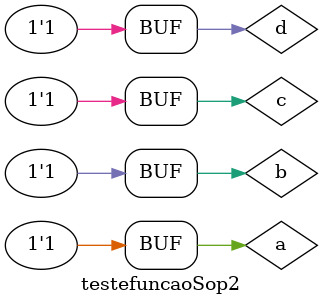
<source format=v>

 module funcaoSop2 (s, a, b, c, d);
 output s;
 input a, b, c, d;
 wire tem1, tem2, tem3, tem4, tem5, tem6, tem7;
 
 not NOT1 (tem1,a);
 not NOT2 (tem2,b);
 not NOT3 (tem3,c);
 not NOT4 (tem4,d);
 and AND1 (tem5, a, tem2, tem3);
 and AND2 (tem6, tem1, tem4);
 and AND3 (tem7, a, d);
 or OR1 (s, tem5, tem6, tem7);
 
 endmodule
 
 module testefuncaoSop2;
 reg a, b, c, d;
 wire s;
 
 funcaoSop2 FUN2 (s, a, b, c, d);
 
  initial begin
      $display("Laboratorio 08 - Karen Alves Pereira - 407451");
      $display("TESTE FUNCAO");
      $display("\na    b    c    d    s\n");
      $monitor("%b   %b   %b    %b    %b", a, b, c, d, s);
		
		  a=0; b=0; c=0; d=0;
    #1  a=0; b=0; c=0; d=1;
    #1  a=0; b=0; c=1; d=0;
    #1  a=0; b=0; c=1; d=1;
	 #1  a=0; b=1; c=0; d=0;
    #1  a=0; b=1; c=0; d=1;
    #1  a=0; b=1; c=1; d=0;
    #1  a=0; b=1; c=1; d=1;
    #1  a=1; b=0; c=0; d=0;
    #1  a=1; b=0; c=0; d=1;
    #1  a=1; b=0; c=1; d=0;
	 #1  a=1; b=0; c=1; d=1;
    #1  a=1; b=1; c=0; d=0;
    #1  a=1; b=1; c=0; d=1;
    #1  a=1; b=1; c=1; d=0;
    #1  a=1; b=1; c=1; d=1;  
	    		  
    end
 
 endmodule 
 
</source>
